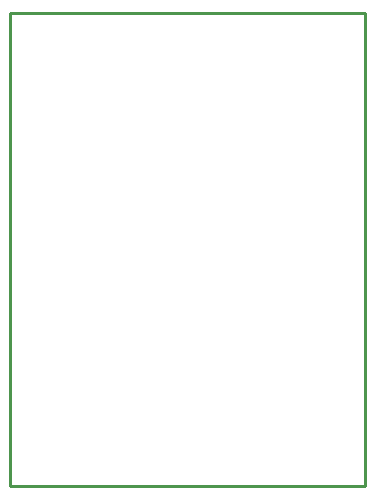
<source format=gbr>
%TF.GenerationSoftware,KiCad,Pcbnew,(5.1.6)-1*%
%TF.CreationDate,2021-10-20T11:15:13+02:00*%
%TF.ProjectId,Display_Backplate_v1,44697370-6c61-4795-9f42-61636b706c61,rev?*%
%TF.SameCoordinates,PX91e9840PY754d4c0*%
%TF.FileFunction,Paste,Bot*%
%TF.FilePolarity,Positive*%
%FSLAX46Y46*%
G04 Gerber Fmt 4.6, Leading zero omitted, Abs format (unit mm)*
G04 Created by KiCad (PCBNEW (5.1.6)-1) date 2021-10-20 11:15:13*
%MOMM*%
%LPD*%
G01*
G04 APERTURE LIST*
%TA.AperFunction,Profile*%
%ADD10C,0.250000*%
%TD*%
G04 APERTURE END LIST*
D10*
X30000000Y0D02*
X30000000Y40000000D01*
X30000000Y0D02*
X0Y0D01*
X0Y40000000D02*
X30000000Y40000000D01*
X0Y0D02*
X0Y40000000D01*
M02*

</source>
